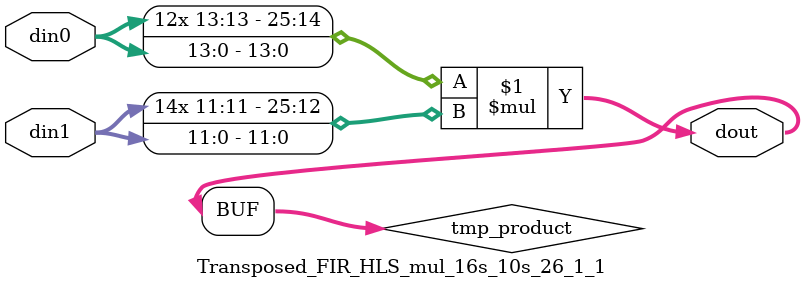
<source format=v>

`timescale 1 ns / 1 ps

 module Transposed_FIR_HLS_mul_16s_10s_26_1_1(din0, din1, dout);
parameter ID = 1;
parameter NUM_STAGE = 0;
parameter din0_WIDTH = 14;
parameter din1_WIDTH = 12;
parameter dout_WIDTH = 26;

input [din0_WIDTH - 1 : 0] din0; 
input [din1_WIDTH - 1 : 0] din1; 
output [dout_WIDTH - 1 : 0] dout;

wire signed [dout_WIDTH - 1 : 0] tmp_product;



























assign tmp_product = $signed(din0) * $signed(din1);








assign dout = tmp_product;





















endmodule

</source>
